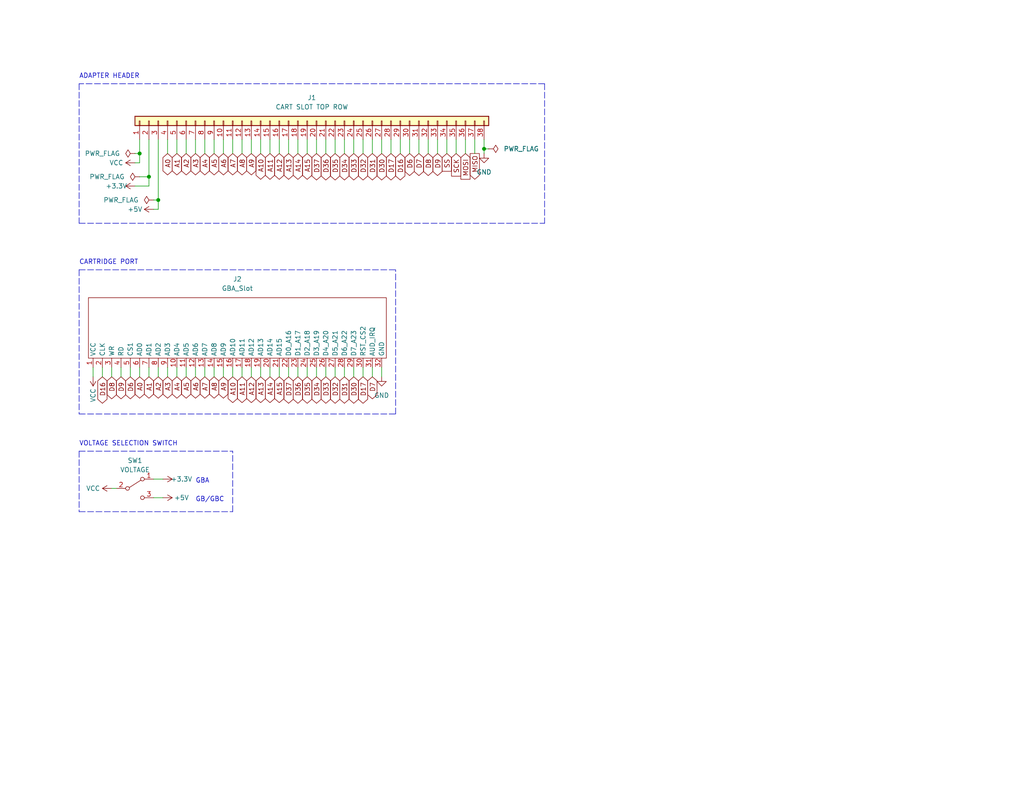
<source format=kicad_sch>
(kicad_sch (version 20211123) (generator eeschema)
  (paper "A")
  (title_block (title "OSCR SHIELD - GB/GBC/GBA BREAKOUT") (date "2023-01-23"))
  (lib_symbols
    (symbol "!OSCR:GBA_Slot"
      (property "Reference" "J" (at -39.37 15.24 0))
      (property "Value" "GBA_Slot" (at -35.56 11.43 0))
      (symbol "GBA_Slot_0_1"
        (rectangle (start 41.91 -6.35) (end -39.37 10.16) (stroke (width 0.1524)))
      )
      (symbol "GBA_Slot_1_1"
        (pin power_in line (at -38.1 -8.89 90) (length 2.54) (name "VCC") (number "1"))
        (pin bidirectional line (at -15.24 -8.89 90) (length 2.54) (name "AD4") (number "10"))
        (pin bidirectional line (at -12.7 -8.89 90) (length 2.54) (name "AD5") (number "11"))
        (pin bidirectional line (at -10.16 -8.89 90) (length 2.54) (name "AD6") (number "12"))
        (pin bidirectional line (at -7.62 -8.89 90) (length 2.54) (name "AD7") (number "13"))
        (pin bidirectional line (at -5.08 -8.89 90) (length 2.54) (name "AD8") (number "14"))
        (pin bidirectional line (at -2.54 -8.89 90) (length 2.54) (name "AD9") (number "15"))
        (pin bidirectional line (at 0 -8.89 90) (length 2.54) (name "AD10") (number "16"))
        (pin bidirectional line (at 2.54 -8.89 90) (length 2.54) (name "AD11") (number "17"))
        (pin bidirectional line (at 5.08 -8.89 90) (length 2.54) (name "AD12") (number "18"))
        (pin bidirectional line (at 7.62 -8.89 90) (length 2.54) (name "AD13") (number "19"))
        (pin input line (at -35.56 -8.89 90) (length 2.54) (name "CLK") (number "2"))
        (pin bidirectional line (at 10.16 -8.89 90) (length 2.54) (name "AD14") (number "20"))
        (pin bidirectional line (at 12.7 -8.89 90) (length 2.54) (name "AD15") (number "21"))
        (pin bidirectional line (at 15.24 -8.89 90) (length 2.54) (name "D0_A16") (number "22"))
        (pin bidirectional line (at 17.78 -8.89 90) (length 2.54) (name "D1_A17") (number "23"))
        (pin bidirectional line (at 20.32 -8.89 90) (length 2.54) (name "D2_A18") (number "24"))
        (pin bidirectional line (at 22.86 -8.89 90) (length 2.54) (name "D3_A19") (number "25"))
        (pin bidirectional line (at 25.4 -8.89 90) (length 2.54) (name "D4_A20") (number "26"))
        (pin bidirectional line (at 27.94 -8.89 90) (length 2.54) (name "D5_A21") (number "27"))
        (pin bidirectional line (at 30.48 -8.89 90) (length 2.54) (name "D6_A22") (number "28"))
        (pin bidirectional line (at 33.02 -8.89 90) (length 2.54) (name "D7_A23") (number "29"))
        (pin input line (at -33.02 -8.89 90) (length 2.54) (name "WR") (number "3"))
        (pin input line (at 35.56 -8.89 90) (length 2.54) (name "RST_CS2") (number "30"))
        (pin input line (at 38.1 -8.89 90) (length 2.54) (name "AUD_IRQ") (number "31"))
        (pin power_in line (at 40.64 -8.89 90) (length 2.54) (name "GND") (number "32"))
        (pin input line (at -30.48 -8.89 90) (length 2.54) (name "RD") (number "4"))
        (pin input line (at -27.94 -8.89 90) (length 2.54) (name "CS1") (number "5"))
        (pin bidirectional line (at -25.4 -8.89 90) (length 2.54) (name "AD0") (number "6"))
        (pin bidirectional line (at -22.86 -8.89 90) (length 2.54) (name "AD1") (number "7"))
        (pin bidirectional line (at -20.32 -8.89 90) (length 2.54) (name "AD2") (number "8"))
        (pin bidirectional line (at -17.78 -8.89 90) (length 2.54) (name "AD3") (number "9"))
      )
    )
    (symbol "Connector_Generic:Conn_01x38" (pin_names (offset 1.016) hide)
      (property "Reference" "J" (at 0 48.26 0))
      (property "Value" "Conn_01x38" (at 0 -50.8 0))
      (symbol "Conn_01x38_1_1"
        (rectangle (start -1.27 -48.133) (end 0 -48.387) (stroke (width 0.1524)))
        (rectangle (start -1.27 -45.593) (end 0 -45.847) (stroke (width 0.1524)))
        (rectangle (start -1.27 -43.053) (end 0 -43.307) (stroke (width 0.1524)))
        (rectangle (start -1.27 -40.513) (end 0 -40.767) (stroke (width 0.1524)))
        (rectangle (start -1.27 -37.973) (end 0 -38.227) (stroke (width 0.1524)))
        (rectangle (start -1.27 -35.433) (end 0 -35.687) (stroke (width 0.1524)))
        (rectangle (start -1.27 -32.893) (end 0 -33.147) (stroke (width 0.1524)))
        (rectangle (start -1.27 -30.353) (end 0 -30.607) (stroke (width 0.1524)))
        (rectangle (start -1.27 -27.813) (end 0 -28.067) (stroke (width 0.1524)))
        (rectangle (start -1.27 -25.273) (end 0 -25.527) (stroke (width 0.1524)))
        (rectangle (start -1.27 -22.733) (end 0 -22.987) (stroke (width 0.1524)))
        (rectangle (start -1.27 -20.193) (end 0 -20.447) (stroke (width 0.1524)))
        (rectangle (start -1.27 -17.653) (end 0 -17.907) (stroke (width 0.1524)))
        (rectangle (start -1.27 -15.113) (end 0 -15.367) (stroke (width 0.1524)))
        (rectangle (start -1.27 -12.573) (end 0 -12.827) (stroke (width 0.1524)))
        (rectangle (start -1.27 -10.033) (end 0 -10.287) (stroke (width 0.1524)))
        (rectangle (start -1.27 -7.493) (end 0 -7.747) (stroke (width 0.1524)))
        (rectangle (start -1.27 -4.953) (end 0 -5.207) (stroke (width 0.1524)))
        (rectangle (start -1.27 -2.413) (end 0 -2.667) (stroke (width 0.1524)))
        (rectangle (start -1.27 0.127) (end 0 -0.127) (stroke (width 0.1524)))
        (rectangle (start -1.27 2.667) (end 0 2.413) (stroke (width 0.1524)))
        (rectangle (start -1.27 5.207) (end 0 4.953) (stroke (width 0.1524)))
        (rectangle (start -1.27 7.747) (end 0 7.493) (stroke (width 0.1524)))
        (rectangle (start -1.27 10.287) (end 0 10.033) (stroke (width 0.1524)))
        (rectangle (start -1.27 12.827) (end 0 12.573) (stroke (width 0.1524)))
        (rectangle (start -1.27 15.367) (end 0 15.113) (stroke (width 0.1524)))
        (rectangle (start -1.27 17.907) (end 0 17.653) (stroke (width 0.1524)))
        (rectangle (start -1.27 20.447) (end 0 20.193) (stroke (width 0.1524)))
        (rectangle (start -1.27 22.987) (end 0 22.733) (stroke (width 0.1524)))
        (rectangle (start -1.27 25.527) (end 0 25.273) (stroke (width 0.1524)))
        (rectangle (start -1.27 28.067) (end 0 27.813) (stroke (width 0.1524)))
        (rectangle (start -1.27 30.607) (end 0 30.353) (stroke (width 0.1524)))
        (rectangle (start -1.27 33.147) (end 0 32.893) (stroke (width 0.1524)))
        (rectangle (start -1.27 35.687) (end 0 35.433) (stroke (width 0.1524)))
        (rectangle (start -1.27 38.227) (end 0 37.973) (stroke (width 0.1524)))
        (rectangle (start -1.27 40.767) (end 0 40.513) (stroke (width 0.1524)))
        (rectangle (start -1.27 43.307) (end 0 43.053) (stroke (width 0.1524)))
        (rectangle (start -1.27 45.847) (end 0 45.593) (stroke (width 0.1524)))
        (rectangle (start -1.27 46.99) (end 1.27 -49.53) (stroke (width 0.254)) (fill (type background)))
        (pin passive line (at -5.08 45.72 0) (length 3.81) (name "Pin_1") (number "1"))
        (pin passive line (at -5.08 22.86 0) (length 3.81) (name "Pin_10") (number "10"))
        (pin passive line (at -5.08 20.32 0) (length 3.81) (name "Pin_11") (number "11"))
        (pin passive line (at -5.08 17.78 0) (length 3.81) (name "Pin_12") (number "12"))
        (pin passive line (at -5.08 15.24 0) (length 3.81) (name "Pin_13") (number "13"))
        (pin passive line (at -5.08 12.7 0) (length 3.81) (name "Pin_14") (number "14"))
        (pin passive line (at -5.08 10.16 0) (length 3.81) (name "Pin_15") (number "15"))
        (pin passive line (at -5.08 7.62 0) (length 3.81) (name "Pin_16") (number "16"))
        (pin passive line (at -5.08 5.08 0) (length 3.81) (name "Pin_17") (number "17"))
        (pin passive line (at -5.08 2.54 0) (length 3.81) (name "Pin_18") (number "18"))
        (pin passive line (at -5.08 0 0) (length 3.81) (name "Pin_19") (number "19"))
        (pin passive line (at -5.08 43.18 0) (length 3.81) (name "Pin_2") (number "2"))
        (pin passive line (at -5.08 -2.54 0) (length 3.81) (name "Pin_20") (number "20"))
        (pin passive line (at -5.08 -5.08 0) (length 3.81) (name "Pin_21") (number "21"))
        (pin passive line (at -5.08 -7.62 0) (length 3.81) (name "Pin_22") (number "22"))
        (pin passive line (at -5.08 -10.16 0) (length 3.81) (name "Pin_23") (number "23"))
        (pin passive line (at -5.08 -12.7 0) (length 3.81) (name "Pin_24") (number "24"))
        (pin passive line (at -5.08 -15.24 0) (length 3.81) (name "Pin_25") (number "25"))
        (pin passive line (at -5.08 -17.78 0) (length 3.81) (name "Pin_26") (number "26"))
        (pin passive line (at -5.08 -20.32 0) (length 3.81) (name "Pin_27") (number "27"))
        (pin passive line (at -5.08 -22.86 0) (length 3.81) (name "Pin_28") (number "28"))
        (pin passive line (at -5.08 -25.4 0) (length 3.81) (name "Pin_29") (number "29"))
        (pin passive line (at -5.08 40.64 0) (length 3.81) (name "Pin_3") (number "3"))
        (pin passive line (at -5.08 -27.94 0) (length 3.81) (name "Pin_30") (number "30"))
        (pin passive line (at -5.08 -30.48 0) (length 3.81) (name "Pin_31") (number "31"))
        (pin passive line (at -5.08 -33.02 0) (length 3.81) (name "Pin_32") (number "32"))
        (pin passive line (at -5.08 -35.56 0) (length 3.81) (name "Pin_33") (number "33"))
        (pin passive line (at -5.08 -38.1 0) (length 3.81) (name "Pin_34") (number "34"))
        (pin passive line (at -5.08 -40.64 0) (length 3.81) (name "Pin_35") (number "35"))
        (pin passive line (at -5.08 -43.18 0) (length 3.81) (name "Pin_36") (number "36"))
        (pin passive line (at -5.08 -45.72 0) (length 3.81) (name "Pin_37") (number "37"))
        (pin passive line (at -5.08 -48.26 0) (length 3.81) (name "Pin_38") (number "38"))
        (pin passive line (at -5.08 38.1 0) (length 3.81) (name "Pin_4") (number "4"))
        (pin passive line (at -5.08 35.56 0) (length 3.81) (name "Pin_5") (number "5"))
        (pin passive line (at -5.08 33.02 0) (length 3.81) (name "Pin_6") (number "6"))
        (pin passive line (at -5.08 30.48 0) (length 3.81) (name "Pin_7") (number "7"))
        (pin passive line (at -5.08 27.94 0) (length 3.81) (name "Pin_8") (number "8"))
        (pin passive line (at -5.08 25.4 0) (length 3.81) (name "Pin_9") (number "9"))
      )
    )
    (symbol "Switch:SW_SPDT" (pin_names (offset 0) hide)
      (property "Reference" "SW" (at 0 4.318 0))
      (property "Value" "SW_SPDT" (at 0 -5.08 0))
      (symbol "SW_SPDT_0_0"
        (circle (center -2.032 0) (radius 0.508))
        (circle (center 2.032 -2.54) (radius 0.508))
      )
      (symbol "SW_SPDT_0_1"
        (polyline (pts (xy -1.524 0.254) (xy 1.651 2.286)))
        (circle (center 2.032 2.54) (radius 0.508))
      )
      (symbol "SW_SPDT_1_1"
        (pin passive line (at 5.08 2.54 180) (length 2.54) (name "A") (number "1"))
        (pin passive line (at -5.08 0 0) (length 2.54) (name "B") (number "2"))
        (pin passive line (at 5.08 -2.54 180) (length 2.54) (name "C") (number "3"))
      )
    )
    (symbol "power:+3.3V" (power) (pin_names (offset 0))
      (property "Value" "+3.3V" (at 0 3.556 0))
      (symbol "+3.3V_0_1"
        (polyline (pts (xy -0.762 1.27) (xy 0 2.54)))
        (polyline (pts (xy 0 0) (xy 0 2.54)))
        (polyline (pts (xy 0 2.54) (xy 0.762 1.27)))
      )
      (symbol "+3.3V_1_1"
        (pin power_in line (at 0 0 90) (length 0) hide (name "+3.3V") (number "1"))
      )
    )
    (symbol "power:+5V" (power) (pin_names (offset 0))
      (property "Value" "+5V" (at 0 3.556 0))
      (symbol "+5V_0_1"
        (polyline (pts (xy -0.762 1.27) (xy 0 2.54)))
        (polyline (pts (xy 0 0) (xy 0 2.54)))
        (polyline (pts (xy 0 2.54) (xy 0.762 1.27)))
      )
      (symbol "+5V_1_1"
        (pin power_in line (at 0 0 90) (length 0) hide (name "+5V") (number "1"))
      )
    )
    (symbol "power:GND" (power) (pin_names (offset 0))
      (property "Value" "GND" (at 0 -3.81 0))
      (symbol "GND_0_1"
        (polyline (pts (xy 0 0) (xy 0 -1.27) (xy 1.27 -1.27) (xy 0 -2.54) (xy -1.27 -1.27) (xy 0 -1.27)))
      )
      (symbol "GND_1_1"
        (pin power_in line (at 0 0 270) (length 0) hide (name "GND") (number "1"))
      )
    )
    (symbol "power:PWR_FLAG" (power) (pin_numbers hide) (pin_names (offset 0) hide)
      (property "Value" "PWR_FLAG" (at 0 3.81 0))
      (symbol "PWR_FLAG_0_0"
        (pin power_out line (at 0 0 90) (length 0) (name "pwr") (number "1"))
      )
      (symbol "PWR_FLAG_0_1"
        (polyline (pts (xy 0 0) (xy 0 1.27) (xy -1.016 1.905) (xy 0 2.54) (xy 1.016 1.905) (xy 0 1.27)))
      )
    )
    (symbol "power:VCC" (power) (pin_names (offset 0))
      (property "Value" "VCC" (at 0 3.81 0))
      (symbol "VCC_0_1"
        (polyline (pts (xy -0.762 1.27) (xy 0 2.54)))
        (polyline (pts (xy 0 0) (xy 0 2.54)))
        (polyline (pts (xy 0 2.54) (xy 0.762 1.27)))
      )
      (symbol "VCC_1_1"
        (pin power_in line (at 0 0 90) (length 0) hide (name "VCC") (number "1"))
      )
    )
  )
  (junction (at 43.18 54.61))
  (junction (at 132.08 40.64))
  (junction (at 38.1 41.91))
  (junction (at 40.64 48.26))
  (wire (pts (xy 78.74 100.33) (xy 78.74 102.87)))
  (polyline (pts (xy 21.59 22.86) (xy 21.59 60.96)))
  (polyline (pts (xy 148.59 22.86) (xy 148.59 60.96)))
  (wire (pts (xy 114.3 38.1) (xy 114.3 41.91)))
  (wire (pts (xy 96.52 38.1) (xy 96.52 41.91)))
  (wire (pts (xy 43.18 100.33) (xy 43.18 102.87)))
  (wire (pts (xy 81.28 38.1) (xy 81.28 41.91)))
  (polyline (pts (xy 21.59 73.66) (xy 21.59 113.03)))
  (wire (pts (xy 43.18 57.15) (xy 41.91 57.15)))
  (wire (pts (xy 27.94 100.33) (xy 27.94 102.87)))
  (wire (pts (xy 55.88 100.33) (xy 55.88 102.87)))
  (wire (pts (xy 35.56 100.33) (xy 35.56 102.87)))
  (wire (pts (xy 63.5 100.33) (xy 63.5 102.87)))
  (wire (pts (xy 60.96 100.33) (xy 60.96 102.87)))
  (wire (pts (xy 93.98 100.33) (xy 93.98 102.87)))
  (wire (pts (xy 111.76 38.1) (xy 111.76 41.91)))
  (wire (pts (xy 45.72 38.1) (xy 45.72 41.91)))
  (wire (pts (xy 78.74 38.1) (xy 78.74 41.91)))
  (polyline (pts (xy 63.5 139.7) (xy 63.5 123.19)))
  (wire (pts (xy 76.2 38.1) (xy 76.2 41.91)))
  (wire (pts (xy 50.8 100.33) (xy 50.8 102.87)))
  (wire (pts (xy 68.58 100.33) (xy 68.58 102.87)))
  (wire (pts (xy 81.28 100.33) (xy 81.28 102.87)))
  (wire (pts (xy 68.58 38.1) (xy 68.58 41.91)))
  (polyline (pts (xy 21.59 139.7) (xy 63.5 139.7)))
  (wire (pts (xy 66.04 100.33) (xy 66.04 102.87)))
  (wire (pts (xy 50.8 38.1) (xy 50.8 41.91)))
  (wire (pts (xy 36.83 44.45) (xy 38.1 44.45)))
  (wire (pts (xy 127 38.1) (xy 127 41.91)))
  (wire (pts (xy 43.18 38.1) (xy 43.18 54.61)))
  (wire (pts (xy 43.18 54.61) (xy 43.18 57.15)))
  (wire (pts (xy 38.1 44.45) (xy 38.1 41.91)))
  (polyline (pts (xy 107.95 113.03) (xy 107.95 73.66)))
  (polyline (pts (xy 21.59 73.66) (xy 107.95 73.66)))
  (wire (pts (xy 104.14 100.33) (xy 104.14 102.87)))
  (wire (pts (xy 41.91 54.61) (xy 43.18 54.61)))
  (polyline (pts (xy 21.59 113.03) (xy 107.95 113.03)))
  (wire (pts (xy 48.26 38.1) (xy 48.26 41.91)))
  (wire (pts (xy 109.22 38.1) (xy 109.22 41.91)))
  (wire (pts (xy 88.9 100.33) (xy 88.9 102.87)))
  (polyline (pts (xy 21.59 123.19) (xy 63.5 123.19)))
  (wire (pts (xy 53.34 100.33) (xy 53.34 102.87)))
  (wire (pts (xy 101.6 100.33) (xy 101.6 102.87)))
  (wire (pts (xy 83.82 100.33) (xy 83.82 102.87)))
  (wire (pts (xy 86.36 38.1) (xy 86.36 41.91)))
  (polyline (pts (xy 21.59 123.19) (xy 21.59 139.7)))
  (wire (pts (xy 73.66 38.1) (xy 73.66 41.91)))
  (wire (pts (xy 36.83 41.91) (xy 38.1 41.91)))
  (wire (pts (xy 83.82 38.1) (xy 83.82 41.91)))
  (wire (pts (xy 55.88 38.1) (xy 55.88 41.91)))
  (wire (pts (xy 104.14 38.1) (xy 104.14 41.91)))
  (wire (pts (xy 91.44 100.33) (xy 91.44 102.87)))
  (wire (pts (xy 38.1 38.1) (xy 38.1 41.91)))
  (wire (pts (xy 99.06 38.1) (xy 99.06 41.91)))
  (polyline (pts (xy 21.59 60.96) (xy 148.59 60.96)))
  (wire (pts (xy 71.12 38.1) (xy 71.12 41.91)))
  (wire (pts (xy 91.44 38.1) (xy 91.44 41.91)))
  (wire (pts (xy 116.84 38.1) (xy 116.84 41.91)))
  (wire (pts (xy 86.36 100.33) (xy 86.36 102.87)))
  (wire (pts (xy 121.92 38.1) (xy 121.92 41.91)))
  (wire (pts (xy 30.48 100.33) (xy 30.48 102.87)))
  (wire (pts (xy 41.91 135.89) (xy 44.45 135.89)))
  (wire (pts (xy 58.42 38.1) (xy 58.42 41.91)))
  (wire (pts (xy 132.08 40.64) (xy 132.08 41.91)))
  (wire (pts (xy 58.42 100.33) (xy 58.42 102.87)))
  (wire (pts (xy 38.1 100.33) (xy 38.1 102.87)))
  (wire (pts (xy 45.72 100.33) (xy 45.72 102.87)))
  (wire (pts (xy 133.35 40.64) (xy 132.08 40.64)))
  (wire (pts (xy 53.34 38.1) (xy 53.34 41.91)))
  (wire (pts (xy 48.26 100.33) (xy 48.26 102.87)))
  (wire (pts (xy 40.64 48.26) (xy 40.64 50.8)))
  (wire (pts (xy 40.64 50.8) (xy 36.83 50.8)))
  (wire (pts (xy 124.46 38.1) (xy 124.46 41.91)))
  (wire (pts (xy 106.68 38.1) (xy 106.68 41.91)))
  (wire (pts (xy 63.5 38.1) (xy 63.5 41.91)))
  (wire (pts (xy 38.1 48.26) (xy 40.64 48.26)))
  (wire (pts (xy 99.06 100.33) (xy 99.06 102.87)))
  (wire (pts (xy 96.52 100.33) (xy 96.52 102.87)))
  (wire (pts (xy 129.54 38.1) (xy 129.54 41.91)))
  (wire (pts (xy 132.08 38.1) (xy 132.08 40.64)))
  (wire (pts (xy 119.38 38.1) (xy 119.38 41.91)))
  (wire (pts (xy 66.04 38.1) (xy 66.04 41.91)))
  (wire (pts (xy 60.96 38.1) (xy 60.96 41.91)))
  (wire (pts (xy 88.9 38.1) (xy 88.9 41.91)))
  (wire (pts (xy 71.12 100.33) (xy 71.12 102.87)))
  (wire (pts (xy 40.64 38.1) (xy 40.64 48.26)))
  (polyline (pts (xy 148.59 22.86) (xy 21.59 22.86)))
  (wire (pts (xy 40.64 100.33) (xy 40.64 102.87)))
  (wire (pts (xy 93.98 38.1) (xy 93.98 41.91)))
  (wire (pts (xy 33.02 100.33) (xy 33.02 102.87)))
  (wire (pts (xy 101.6 38.1) (xy 101.6 41.91)))
  (wire (pts (xy 25.4 100.33) (xy 25.4 102.87)))
  (wire (pts (xy 41.91 130.81) (xy 44.45 130.81)))
  (wire (pts (xy 76.2 100.33) (xy 76.2 102.87)))
  (wire (pts (xy 73.66 100.33) (xy 73.66 102.87)))
  (wire (pts (xy 30.48 133.35) (xy 31.75 133.35)))
  (text "VOLTAGE SELECTION SWITCH\n" (at 21.59 121.92 0) (effects (font (size 1.27 1.27)) (justify left bottom)))
  (text "GB/GBC" (at 53.34 137.16 0) (effects (font (size 1.27 1.27)) (justify left bottom)))
  (text "ADAPTER HEADER" (at 21.59 21.59 0) (effects (font (size 1.27 1.27)) (justify left bottom)))
  (text "CARTRIDGE PORT" (at 21.59 72.39 0) (effects (font (size 1.27 1.27)) (justify left bottom)))
  (text "GBA" (at 53.34 132.08 0) (effects (font (size 1.27 1.27)) (justify left bottom)))
  (global_label "A6" (shape bidirectional) (at 60.96 41.91 270) (property "Intersheet References" "${INTERSHEET_REFS}" (effects hide)))
  (global_label "A2" (shape bidirectional) (at 43.18 102.87 270) (property "Intersheet References" "${INTERSHEET_REFS}" (effects hide)))
  (global_label "D36" (shape bidirectional) (at 81.28 102.87 270) (property "Intersheet References" "${INTERSHEET_REFS}" (effects hide)))
  (global_label "A9" (shape bidirectional) (at 68.58 41.91 270) (property "Intersheet References" "${INTERSHEET_REFS}" (effects hide)))
  (global_label "D31" (shape bidirectional) (at 101.6 41.91 270) (property "Intersheet References" "${INTERSHEET_REFS}" (effects hide)))
  (global_label "A3" (shape bidirectional) (at 45.72 102.87 270) (property "Intersheet References" "${INTERSHEET_REFS}" (effects hide)))
  (global_label "D17" (shape bidirectional) (at 106.68 41.91 270) (property "Intersheet References" "${INTERSHEET_REFS}" (effects hide)))
  (global_label "A1" (shape bidirectional) (at 40.64 102.87 270) (property "Intersheet References" "${INTERSHEET_REFS}" (effects hide)))
  (global_label "D34" (shape bidirectional) (at 93.98 41.91 270) (property "Intersheet References" "${INTERSHEET_REFS}" (effects hide)))
  (global_label "A11" (shape bidirectional) (at 73.66 41.91 270) (property "Intersheet References" "${INTERSHEET_REFS}" (effects hide)))
  (global_label "A5" (shape bidirectional) (at 58.42 41.91 270) (property "Intersheet References" "${INTERSHEET_REFS}" (effects hide)))
  (global_label "D31" (shape bidirectional) (at 93.98 102.87 270) (property "Intersheet References" "${INTERSHEET_REFS}" (effects hide)))
  (global_label "D16" (shape bidirectional) (at 109.22 41.91 270) (property "Intersheet References" "${INTERSHEET_REFS}" (effects hide)))
  (global_label "D9" (shape bidirectional) (at 33.02 102.87 270) (property "Intersheet References" "${INTERSHEET_REFS}" (effects hide)))
  (global_label "D7" (shape bidirectional) (at 114.3 41.91 270) (property "Intersheet References" "${INTERSHEET_REFS}" (effects hide)))
  (global_label "D8" (shape bidirectional) (at 30.48 102.87 270) (property "Intersheet References" "${INTERSHEET_REFS}" (effects hide)))
  (global_label "D33" (shape bidirectional) (at 96.52 41.91 270) (property "Intersheet References" "${INTERSHEET_REFS}" (effects hide)))
  (global_label "A12" (shape bidirectional) (at 76.2 41.91 270) (property "Intersheet References" "${INTERSHEET_REFS}" (effects hide)))
  (global_label "D9" (shape bidirectional) (at 119.38 41.91 270) (property "Intersheet References" "${INTERSHEET_REFS}" (effects hide)))
  (global_label "A4" (shape bidirectional) (at 48.26 102.87 270) (property "Intersheet References" "${INTERSHEET_REFS}" (effects hide)))
  (global_label "MISO" (shape output) (at 129.54 41.91 270) (property "Intersheet References" "${INTERSHEET_REFS}" (effects hide)))
  (global_label "A7" (shape bidirectional) (at 63.5 41.91 270) (property "Intersheet References" "${INTERSHEET_REFS}" (effects hide)))
  (global_label "D30" (shape bidirectional) (at 104.14 41.91 270) (property "Intersheet References" "${INTERSHEET_REFS}" (effects hide)))
  (global_label "A9" (shape bidirectional) (at 60.96 102.87 270) (property "Intersheet References" "${INTERSHEET_REFS}" (effects hide)))
  (global_label "A15" (shape bidirectional) (at 76.2 102.87 270) (property "Intersheet References" "${INTERSHEET_REFS}" (effects hide)))
  (global_label "D30" (shape bidirectional) (at 96.52 102.87 270) (property "Intersheet References" "${INTERSHEET_REFS}" (effects hide)))
  (global_label "A1" (shape bidirectional) (at 48.26 41.91 270) (property "Intersheet References" "${INTERSHEET_REFS}" (effects hide)))
  (global_label "SS" (shape input) (at 121.92 41.91 270) (property "Intersheet References" "${INTERSHEET_REFS}" (effects hide)))
  (global_label "A13" (shape bidirectional) (at 78.74 41.91 270) (property "Intersheet References" "${INTERSHEET_REFS}" (effects hide)))
  (global_label "A3" (shape bidirectional) (at 53.34 41.91 270) (property "Intersheet References" "${INTERSHEET_REFS}" (effects hide)))
  (global_label "A12" (shape bidirectional) (at 68.58 102.87 270) (property "Intersheet References" "${INTERSHEET_REFS}" (effects hide)))
  (global_label "A8" (shape bidirectional) (at 58.42 102.87 270) (property "Intersheet References" "${INTERSHEET_REFS}" (effects hide)))
  (global_label "D8" (shape bidirectional) (at 116.84 41.91 270) (property "Intersheet References" "${INTERSHEET_REFS}" (effects hide)))
  (global_label "D36" (shape bidirectional) (at 88.9 41.91 270) (property "Intersheet References" "${INTERSHEET_REFS}" (effects hide)))
  (global_label "D33" (shape bidirectional) (at 88.9 102.87 270) (property "Intersheet References" "${INTERSHEET_REFS}" (effects hide)))
  (global_label "MOSI" (shape input) (at 127 41.91 270) (property "Intersheet References" "${INTERSHEET_REFS}" (effects hide)))
  (global_label "A5" (shape bidirectional) (at 50.8 102.87 270) (property "Intersheet References" "${INTERSHEET_REFS}" (effects hide)))
  (global_label "A0" (shape bidirectional) (at 38.1 102.87 270) (property "Intersheet References" "${INTERSHEET_REFS}" (effects hide)))
  (global_label "D16" (shape bidirectional) (at 27.94 102.87 270) (property "Intersheet References" "${INTERSHEET_REFS}" (effects hide)))
  (global_label "D7" (shape bidirectional) (at 101.6 102.87 270) (property "Intersheet References" "${INTERSHEET_REFS}" (effects hide)))
  (global_label "A11" (shape bidirectional) (at 66.04 102.87 270) (property "Intersheet References" "${INTERSHEET_REFS}" (effects hide)))
  (global_label "D35" (shape bidirectional) (at 91.44 41.91 270) (property "Intersheet References" "${INTERSHEET_REFS}" (effects hide)))
  (global_label "A0" (shape bidirectional) (at 45.72 41.91 270) (property "Intersheet References" "${INTERSHEET_REFS}" (effects hide)))
  (global_label "D34" (shape bidirectional) (at 86.36 102.87 270) (property "Intersheet References" "${INTERSHEET_REFS}" (effects hide)))
  (global_label "A10" (shape bidirectional) (at 71.12 41.91 270) (property "Intersheet References" "${INTERSHEET_REFS}" (effects hide)))
  (global_label "A14" (shape bidirectional) (at 73.66 102.87 270) (property "Intersheet References" "${INTERSHEET_REFS}" (effects hide)))
  (global_label "A10" (shape bidirectional) (at 63.5 102.87 270) (property "Intersheet References" "${INTERSHEET_REFS}" (effects hide)))
  (global_label "D6" (shape bidirectional) (at 35.56 102.87 270) (property "Intersheet References" "${INTERSHEET_REFS}" (effects hide)))
  (global_label "A13" (shape bidirectional) (at 71.12 102.87 270) (property "Intersheet References" "${INTERSHEET_REFS}" (effects hide)))
  (global_label "A7" (shape bidirectional) (at 55.88 102.87 270) (property "Intersheet References" "${INTERSHEET_REFS}" (effects hide)))
  (global_label "D17" (shape bidirectional) (at 99.06 102.87 270) (property "Intersheet References" "${INTERSHEET_REFS}" (effects hide)))
  (global_label "D32" (shape bidirectional) (at 99.06 41.91 270) (property "Intersheet References" "${INTERSHEET_REFS}" (effects hide)))
  (global_label "D37" (shape bidirectional) (at 78.74 102.87 270) (property "Intersheet References" "${INTERSHEET_REFS}" (effects hide)))
  (global_label "D37" (shape bidirectional) (at 86.36 41.91 270) (property "Intersheet References" "${INTERSHEET_REFS}" (effects hide)))
  (global_label "SCK" (shape input) (at 124.46 41.91 270) (property "Intersheet References" "${INTERSHEET_REFS}" (effects hide)))
  (global_label "D35" (shape bidirectional) (at 83.82 102.87 270) (property "Intersheet References" "${INTERSHEET_REFS}" (effects hide)))
  (global_label "D32" (shape bidirectional) (at 91.44 102.87 270) (property "Intersheet References" "${INTERSHEET_REFS}" (effects hide)))
  (global_label "A14" (shape bidirectional) (at 81.28 41.91 270) (property "Intersheet References" "${INTERSHEET_REFS}" (effects hide)))
  (global_label "A6" (shape bidirectional) (at 53.34 102.87 270) (property "Intersheet References" "${INTERSHEET_REFS}" (effects hide)))
  (global_label "A15" (shape bidirectional) (at 83.82 41.91 270) (property "Intersheet References" "${INTERSHEET_REFS}" (effects hide)))
  (global_label "D6" (shape bidirectional) (at 111.76 41.91 270) (property "Intersheet References" "${INTERSHEET_REFS}" (effects hide)))
  (global_label "A4" (shape bidirectional) (at 55.88 41.91 270) (property "Intersheet References" "${INTERSHEET_REFS}" (effects hide)))
  (global_label "A8" (shape bidirectional) (at 66.04 41.91 270) (property "Intersheet References" "${INTERSHEET_REFS}" (effects hide)))
  (global_label "A2" (shape bidirectional) (at 50.8 41.91 270) (property "Intersheet References" "${INTERSHEET_REFS}" (effects hide)))
  (symbol (lib_id "power:+5V") (at 41.91 57.15 90) (unit 1)
    (property "Reference" "#PWR03" (effects hide))
    (property "Value" "+5V" (at 36.83 57.15 90))
  )
  (symbol (lib_id "power:PWR_FLAG") (at 41.91 54.61 90) (unit 1)
    (property "Reference" "#FLG03" (effects hide))
    (property "Value" "PWR_FLAG" (at 33.02 54.61 90))
  )
  (symbol (lib_id "power:+5V") (at 44.45 135.89 270) (unit 1)
    (property "Reference" "#PWR07" (effects hide))
    (property "Value" "+5V" (at 49.53 135.89 90))
  )
  (symbol (lib_id "power:GND") (at 132.08 41.91 0) (unit 1)
    (property "Reference" "#PWR09" (effects hide))
    (property "Value" "GND" (at 132.08 46.99 0))
  )
  (symbol (lib_id "Switch:SW_SPDT") (at 36.83 133.35 0) (unit 1)
    (property "Reference" "SW1" (at 36.83 125.73 0))
    (property "Value" "VOLTAGE" (at 36.83 128.27 0))
    (property "Footprint" "Button_Switch_THT:SW_CuK_OS102011MA1QN1_SPDT_Angled" (effects hide))
  )
  (symbol (lib_id "power:+3.3V") (at 44.45 130.81 270) (unit 1)
    (property "Reference" "#PWR06" (effects hide))
    (property "Value" "+3.3V" (at 49.53 130.81 90))
  )
  (symbol (lib_id "power:VCC") (at 25.4 102.87 180) (unit 1)
    (property "Reference" "#PWR04" (effects hide))
    (property "Value" "VCC" (at 25.4 107.95 90))
  )
  (symbol (lib_id "power:VCC") (at 36.83 44.45 90) (unit 1)
    (property "Reference" "#PWR01" (effects hide))
    (property "Value" "VCC" (at 31.75 44.45 90))
  )
  (symbol (lib_id "Connector_Generic:Conn_01x38") (at 83.82 33.02 90) (unit 1)
    (property "Reference" "J1" (at 85.09 26.67 90))
    (property "Value" "CART SLOT TOP ROW" (at 85.09 29.21 90))
    (property "Footprint" "Connector_PinSocket_2.54mm:PinSocket_1x38_P2.54mm_Vertical" (effects hide))
  )
  (symbol (lib_id "power:PWR_FLAG") (at 133.35 40.64 270) (unit 1)
    (property "Reference" "#FLG04" (effects hide))
    (property "Value" "PWR_FLAG" (at 142.24 40.64 90))
  )
  (symbol (lib_id "!OSCR:GBA_Slot") (at 63.5 91.44 0) (unit 1)
    (property "Reference" "J2" (at 64.77 76.2 0))
    (property "Value" "GBA_Slot" (at 64.77 78.74 0))
    (property "Footprint" "!OSCR:GBA_Slot" (effects hide))
  )
  (symbol (lib_id "power:GND") (at 104.14 102.87 0) (unit 1)
    (property "Reference" "#PWR08" (effects hide))
    (property "Value" "GND" (at 104.14 107.95 0))
  )
  (symbol (lib_id "power:PWR_FLAG") (at 36.83 41.91 90) (unit 1)
    (property "Reference" "#FLG01" (effects hide))
    (property "Value" "PWR_FLAG" (at 27.94 41.91 90))
  )
  (symbol (lib_id "power:+3.3V") (at 36.83 50.8 90) (unit 1)
    (property "Reference" "#PWR02" (effects hide))
    (property "Value" "+3.3V" (at 31.75 50.8 90))
  )
  (symbol (lib_id "power:VCC") (at 30.48 133.35 90) (unit 1)
    (property "Reference" "#PWR05" (effects hide))
    (property "Value" "VCC" (at 25.4 133.35 90))
  )
  (symbol (lib_id "power:PWR_FLAG") (at 38.1 48.26 90) (unit 1)
    (property "Reference" "#FLG02" (effects hide))
    (property "Value" "PWR_FLAG" (at 29.21 48.26 90))
  )
)
</source>
